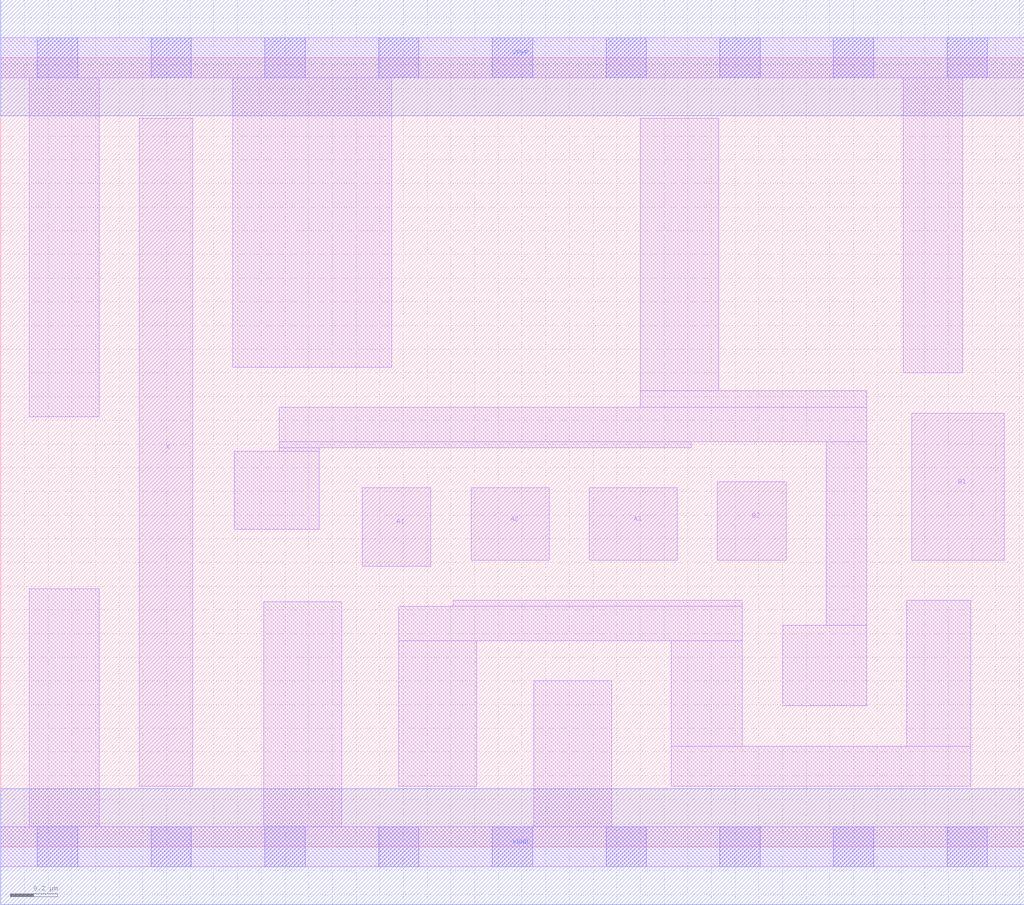
<source format=lef>
# Copyright 2020 The SkyWater PDK Authors
#
# Licensed under the Apache License, Version 2.0 (the "License");
# you may not use this file except in compliance with the License.
# You may obtain a copy of the License at
#
#     https://www.apache.org/licenses/LICENSE-2.0
#
# Unless required by applicable law or agreed to in writing, software
# distributed under the License is distributed on an "AS IS" BASIS,
# WITHOUT WARRANTIES OR CONDITIONS OF ANY KIND, either express or implied.
# See the License for the specific language governing permissions and
# limitations under the License.
#
# SPDX-License-Identifier: Apache-2.0

VERSION 5.7 ;
  NAMESCASESENSITIVE ON ;
  NOWIREEXTENSIONATPIN ON ;
  DIVIDERCHAR "/" ;
  BUSBITCHARS "[]" ;
UNITS
  DATABASE MICRONS 200 ;
END UNITS
MACRO sky130_fd_sc_lp__o32a_2
  CLASS CORE ;
  FOREIGN sky130_fd_sc_lp__o32a_2 ;
  ORIGIN  0.000000  0.000000 ;
  SIZE  4.320000 BY  3.330000 ;
  SYMMETRY X Y R90 ;
  SITE unit ;
  PIN A1
    ANTENNAGATEAREA  0.315000 ;
    DIRECTION INPUT ;
    USE SIGNAL ;
    PORT
      LAYER li1 ;
        RECT 1.525000 1.185000 1.815000 1.515000 ;
    END
  END A1
  PIN A2
    ANTENNAGATEAREA  0.315000 ;
    DIRECTION INPUT ;
    USE SIGNAL ;
    PORT
      LAYER li1 ;
        RECT 1.985000 1.210000 2.315000 1.515000 ;
    END
  END A2
  PIN A3
    ANTENNAGATEAREA  0.315000 ;
    DIRECTION INPUT ;
    USE SIGNAL ;
    PORT
      LAYER li1 ;
        RECT 2.485000 1.210000 2.855000 1.515000 ;
    END
  END A3
  PIN B1
    ANTENNAGATEAREA  0.315000 ;
    DIRECTION INPUT ;
    USE SIGNAL ;
    PORT
      LAYER li1 ;
        RECT 3.845000 1.210000 4.235000 1.830000 ;
    END
  END B1
  PIN B2
    ANTENNAGATEAREA  0.315000 ;
    DIRECTION INPUT ;
    USE SIGNAL ;
    PORT
      LAYER li1 ;
        RECT 3.025000 1.210000 3.315000 1.540000 ;
    END
  END B2
  PIN X
    ANTENNADIFFAREA  0.588000 ;
    DIRECTION OUTPUT ;
    USE SIGNAL ;
    PORT
      LAYER li1 ;
        RECT 0.585000 0.255000 0.810000 3.075000 ;
    END
  END X
  PIN VGND
    DIRECTION INOUT ;
    USE GROUND ;
    PORT
      LAYER met1 ;
        RECT 0.000000 -0.245000 4.320000 0.245000 ;
    END
  END VGND
  PIN VPWR
    DIRECTION INOUT ;
    USE POWER ;
    PORT
      LAYER met1 ;
        RECT 0.000000 3.085000 4.320000 3.575000 ;
    END
  END VPWR
  OBS
    LAYER li1 ;
      RECT 0.000000 -0.085000 4.320000 0.085000 ;
      RECT 0.000000  3.245000 4.320000 3.415000 ;
      RECT 0.120000  0.085000 0.415000 1.090000 ;
      RECT 0.120000  1.815000 0.415000 3.245000 ;
      RECT 0.980000  2.025000 1.650000 3.245000 ;
      RECT 0.985000  1.340000 1.345000 1.670000 ;
      RECT 1.110000  0.085000 1.440000 1.035000 ;
      RECT 1.175000  1.670000 1.345000 1.685000 ;
      RECT 1.175000  1.685000 2.915000 1.710000 ;
      RECT 1.175000  1.710000 3.655000 1.855000 ;
      RECT 1.680000  0.255000 2.010000 0.870000 ;
      RECT 1.680000  0.870000 3.130000 1.015000 ;
      RECT 1.910000  1.015000 3.130000 1.040000 ;
      RECT 2.250000  0.085000 2.580000 0.700000 ;
      RECT 2.700000  1.855000 3.655000 1.925000 ;
      RECT 2.700000  1.925000 3.030000 3.075000 ;
      RECT 2.830000  0.255000 4.095000 0.425000 ;
      RECT 2.830000  0.425000 3.130000 0.870000 ;
      RECT 3.300000  0.595000 3.655000 0.935000 ;
      RECT 3.485000  0.935000 3.655000 1.710000 ;
      RECT 3.810000  2.000000 4.060000 3.245000 ;
      RECT 3.825000  0.425000 4.095000 1.040000 ;
    LAYER mcon ;
      RECT 0.155000 -0.085000 0.325000 0.085000 ;
      RECT 0.155000  3.245000 0.325000 3.415000 ;
      RECT 0.635000 -0.085000 0.805000 0.085000 ;
      RECT 0.635000  3.245000 0.805000 3.415000 ;
      RECT 1.115000 -0.085000 1.285000 0.085000 ;
      RECT 1.115000  3.245000 1.285000 3.415000 ;
      RECT 1.595000 -0.085000 1.765000 0.085000 ;
      RECT 1.595000  3.245000 1.765000 3.415000 ;
      RECT 2.075000 -0.085000 2.245000 0.085000 ;
      RECT 2.075000  3.245000 2.245000 3.415000 ;
      RECT 2.555000 -0.085000 2.725000 0.085000 ;
      RECT 2.555000  3.245000 2.725000 3.415000 ;
      RECT 3.035000 -0.085000 3.205000 0.085000 ;
      RECT 3.035000  3.245000 3.205000 3.415000 ;
      RECT 3.515000 -0.085000 3.685000 0.085000 ;
      RECT 3.515000  3.245000 3.685000 3.415000 ;
      RECT 3.995000 -0.085000 4.165000 0.085000 ;
      RECT 3.995000  3.245000 4.165000 3.415000 ;
  END
END sky130_fd_sc_lp__o32a_2
END LIBRARY

</source>
